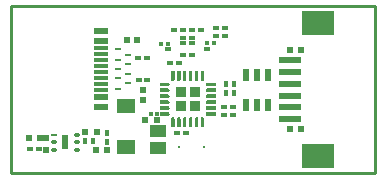
<source format=gtp>
G04*
G04 #@! TF.GenerationSoftware,Altium Limited,Altium Designer,22.9.1 (49)*
G04*
G04 Layer_Color=8421504*
%FSLAX25Y25*%
%MOIN*%
G70*
G04*
G04 #@! TF.SameCoordinates,E7B6729E-600D-4C31-B664-834E27CDD885*
G04*
G04*
G04 #@! TF.FilePolarity,Positive*
G04*
G01*
G75*
%ADD12C,0.01000*%
%ADD15R,0.03543X0.03543*%
%ADD16R,0.02423X0.04785*%
%ADD17R,0.01968X0.02362*%
%ADD18R,0.06496X0.04921*%
%ADD19C,0.01181*%
%ADD20C,0.00394*%
%ADD21R,0.07480X0.02362*%
%ADD22R,0.11024X0.08268*%
%ADD23R,0.05339X0.04153*%
%ADD24R,0.02362X0.04331*%
%ADD25R,0.04528X0.02362*%
%ADD26R,0.04528X0.01181*%
%ADD27R,0.01417X0.01260*%
%ADD28R,0.02165X0.01772*%
%ADD29R,0.02000X0.01402*%
%ADD30R,0.01968X0.00984*%
%ADD31C,0.01063*%
%ADD32R,0.02165X0.02362*%
%ADD33R,0.02362X0.01968*%
%ADD34R,0.02362X0.02165*%
%ADD35R,0.01772X0.02165*%
%ADD36R,0.01378X0.02362*%
G04:AMPARAMS|DCode=37|XSize=21.89mil|YSize=11.52mil|CornerRadius=5.76mil|HoleSize=0mil|Usage=FLASHONLY|Rotation=0.000|XOffset=0mil|YOffset=0mil|HoleType=Round|Shape=RoundedRectangle|*
%AMROUNDEDRECTD37*
21,1,0.02189,0.00000,0,0,0.0*
21,1,0.01038,0.01152,0,0,0.0*
1,1,0.01152,0.00519,0.00000*
1,1,0.01152,-0.00519,0.00000*
1,1,0.01152,-0.00519,0.00000*
1,1,0.01152,0.00519,0.00000*
%
%ADD37ROUNDEDRECTD37*%
%ADD38R,0.02189X0.01152*%
G36*
X374440Y231199D02*
X374606Y231033D01*
X374696Y230816D01*
Y230698D01*
Y230581D01*
X374606Y230364D01*
X374440Y230198D01*
X374223Y230108D01*
X371350D01*
Y231289D01*
X374223D01*
X374440Y231199D01*
D02*
G37*
G36*
Y235136D02*
X374606Y234970D01*
X374696Y234753D01*
Y234635D01*
Y234518D01*
X374606Y234301D01*
X374440Y234135D01*
X374223Y234045D01*
X371350D01*
Y235226D01*
X374223D01*
X374440Y235136D01*
D02*
G37*
G36*
X374106Y233258D02*
X374223D01*
X374440Y233168D01*
X374606Y233001D01*
X374696Y232784D01*
Y232667D01*
Y232550D01*
X374606Y232332D01*
X374440Y232166D01*
X374223Y232076D01*
X371350D01*
Y233258D01*
X374106Y233258D01*
D02*
G37*
G36*
X376113Y229526D02*
X376279Y229360D01*
X376369Y229143D01*
Y229025D01*
Y226269D01*
X375188D01*
Y229025D01*
Y229143D01*
X375278Y229360D01*
X375444Y229526D01*
X375661Y229616D01*
X375896D01*
X376113Y229526D01*
D02*
G37*
G36*
X378082D02*
X378248Y229360D01*
X378338Y229143D01*
Y229025D01*
X378338D01*
Y226269D01*
X377157D01*
Y229025D01*
Y229143D01*
X377247Y229360D01*
X377413Y229526D01*
X377630Y229616D01*
X377865D01*
X378082Y229526D01*
D02*
G37*
G36*
X380050D02*
X380216Y229360D01*
X380306Y229143D01*
Y229025D01*
Y226269D01*
X379125D01*
Y229025D01*
Y229143D01*
X379215Y229360D01*
X379381Y229526D01*
X379598Y229616D01*
X379833D01*
X380050Y229526D01*
D02*
G37*
G36*
X374440Y237105D02*
X374606Y236939D01*
X374696Y236721D01*
Y236604D01*
Y236487D01*
X374606Y236269D01*
X374440Y236103D01*
X374223Y236013D01*
X371350D01*
Y237194D01*
X374223D01*
X374440Y237105D01*
D02*
G37*
G36*
Y239073D02*
X374606Y238907D01*
X374696Y238690D01*
Y238572D01*
Y238455D01*
X374606Y238238D01*
X374440Y238072D01*
X374223Y237982D01*
X374106D01*
Y237982D01*
X371350D01*
Y239163D01*
X374223D01*
X374440Y239073D01*
D02*
G37*
G36*
Y241042D02*
X374606Y240876D01*
X374696Y240658D01*
Y240541D01*
Y240423D01*
X374606Y240206D01*
X374440Y240040D01*
X374223Y239950D01*
X371350D01*
Y241131D01*
X374223D01*
X374440Y241042D01*
D02*
G37*
G36*
X376369Y242214D02*
Y242097D01*
X376279Y241880D01*
X376113Y241714D01*
X375896Y241624D01*
X375661D01*
X375444Y241714D01*
X375278Y241880D01*
X375188Y242097D01*
Y242214D01*
Y244970D01*
X376369D01*
Y242214D01*
D02*
G37*
G36*
X378338D02*
Y242097D01*
X378248Y241880D01*
X378082Y241714D01*
X377865Y241624D01*
X377630D01*
X377413Y241714D01*
X377247Y241880D01*
X377157Y242097D01*
Y242214D01*
Y244970D01*
X378338D01*
X378338Y242214D01*
D02*
G37*
G36*
X380306D02*
Y242097D01*
X380216Y241880D01*
X380050Y241714D01*
X379833Y241624D01*
X379598D01*
X379381Y241714D01*
X379215Y241880D01*
X379125Y242097D01*
Y242214D01*
Y244970D01*
X380306D01*
Y242214D01*
D02*
G37*
G36*
X382019Y229526D02*
X382185Y229360D01*
X382275Y229143D01*
Y229025D01*
Y226269D01*
X381094D01*
Y229025D01*
Y229143D01*
X381184Y229360D01*
X381350Y229526D01*
X381567Y229616D01*
X381802D01*
X382019Y229526D01*
D02*
G37*
G36*
X383987D02*
X384153Y229360D01*
X384243Y229143D01*
Y229025D01*
Y226269D01*
X383062D01*
X383062Y229025D01*
Y229143D01*
X383152Y229360D01*
X383318Y229526D01*
X383535Y229616D01*
X383770D01*
X383987Y229526D01*
D02*
G37*
G36*
X385956D02*
X386122Y229360D01*
X386212Y229143D01*
Y229025D01*
Y226269D01*
X385031D01*
Y229025D01*
Y229143D01*
X385121Y229360D01*
X385287Y229526D01*
X385504Y229616D01*
X385739D01*
X385956Y229526D01*
D02*
G37*
G36*
X390050Y230108D02*
X387177D01*
X386960Y230198D01*
X386794Y230364D01*
X386704Y230581D01*
Y230698D01*
Y230816D01*
X386794Y231033D01*
X386960Y231199D01*
X387177Y231289D01*
X390050D01*
Y230108D01*
D02*
G37*
G36*
Y232076D02*
X387177D01*
X386960Y232166D01*
X386794Y232332D01*
X386704Y232550D01*
Y232667D01*
Y232784D01*
X386794Y233001D01*
X386960Y233168D01*
X387177Y233258D01*
X387295D01*
Y233258D01*
X390050D01*
Y232076D01*
D02*
G37*
G36*
Y234045D02*
X387177D01*
X386960Y234135D01*
X386794Y234301D01*
X386704Y234518D01*
Y234635D01*
Y234753D01*
X386794Y234970D01*
X386960Y235136D01*
X387177Y235226D01*
X390050D01*
Y234045D01*
D02*
G37*
G36*
X382275Y242214D02*
Y242097D01*
X382185Y241880D01*
X382019Y241714D01*
X381802Y241624D01*
X381567D01*
X381350Y241714D01*
X381184Y241880D01*
X381094Y242097D01*
Y242214D01*
Y244970D01*
X382275D01*
Y242214D01*
D02*
G37*
G36*
X384243D02*
Y242097D01*
X384153Y241880D01*
X383987Y241714D01*
X383770Y241624D01*
X383535D01*
X383318Y241714D01*
X383152Y241880D01*
X383062Y242097D01*
Y242214D01*
X383062D01*
Y244970D01*
X384243D01*
Y242214D01*
D02*
G37*
G36*
X386212D02*
Y242097D01*
X386122Y241880D01*
X385956Y241714D01*
X385739Y241624D01*
X385504D01*
X385287Y241714D01*
X385121Y241880D01*
X385031Y242097D01*
Y242214D01*
Y244970D01*
X386212D01*
Y242214D01*
D02*
G37*
G36*
X390050Y236013D02*
X387177D01*
X386960Y236103D01*
X386794Y236269D01*
X386704Y236487D01*
Y236604D01*
Y236721D01*
X386794Y236939D01*
X386960Y237105D01*
X387177Y237194D01*
X390050D01*
Y236013D01*
D02*
G37*
G36*
Y237982D02*
X387295Y237982D01*
X387177D01*
X386960Y238072D01*
X386794Y238238D01*
X386704Y238455D01*
Y238572D01*
Y238690D01*
X386794Y238907D01*
X386960Y239073D01*
X387177Y239163D01*
X390050D01*
Y237982D01*
D02*
G37*
G36*
Y239950D02*
X387177D01*
X386960Y240040D01*
X386794Y240206D01*
X386704Y240423D01*
Y240541D01*
Y240658D01*
X386794Y240876D01*
X386960Y241042D01*
X387177Y241131D01*
X390050D01*
Y239950D01*
D02*
G37*
D12*
X321700Y210908D02*
Y266782D01*
X442992D01*
Y210908D02*
Y266782D01*
X321700Y210908D02*
X442992D01*
D15*
X383062Y237982D02*
D03*
Y233258D02*
D03*
X378338D02*
D03*
Y237982D02*
D03*
D16*
X339849Y221200D02*
D03*
D17*
X350228Y218492D02*
D03*
X353772D02*
D03*
X414764Y225673D02*
D03*
X418307D02*
D03*
X414764Y251882D02*
D03*
X418307D02*
D03*
X327972Y222544D02*
D03*
X331516D02*
D03*
X333500Y222661D02*
D03*
Y218724D02*
D03*
D18*
X360200Y233283D02*
D03*
Y219701D02*
D03*
D19*
X386213Y219548D02*
D03*
X377961Y219587D02*
D03*
D20*
X388989Y219568D02*
D03*
X375184Y219567D02*
D03*
D21*
X414790Y240714D02*
D03*
Y232839D02*
D03*
Y248587D02*
D03*
Y228903D02*
D03*
Y244651D02*
D03*
Y236776D02*
D03*
D22*
X424042Y216501D02*
D03*
Y260989D02*
D03*
D23*
X370646Y219151D02*
D03*
Y224865D02*
D03*
D24*
X400160Y233679D02*
D03*
X403900D02*
D03*
X407640D02*
D03*
Y243521D02*
D03*
X403900D02*
D03*
X400160D02*
D03*
D25*
X351834Y233102D02*
D03*
Y258298D02*
D03*
Y236251D02*
D03*
Y255149D02*
D03*
D26*
Y238810D02*
D03*
Y240779D02*
D03*
Y242747D02*
D03*
Y244716D02*
D03*
Y246684D02*
D03*
Y248653D02*
D03*
Y250621D02*
D03*
Y252590D02*
D03*
D27*
X374002Y253900D02*
D03*
X371798D02*
D03*
X387298Y254200D02*
D03*
X389502D02*
D03*
X370514Y230709D02*
D03*
X368310D02*
D03*
D28*
X328028Y218874D02*
D03*
X379124Y256100D02*
D03*
X382076D02*
D03*
X382124Y258600D02*
D03*
X385076D02*
D03*
X376224D02*
D03*
X379176D02*
D03*
X377776Y247800D02*
D03*
X374824D02*
D03*
X377224Y224200D02*
D03*
X380176D02*
D03*
X390224Y259300D02*
D03*
X393176D02*
D03*
X395776Y233000D02*
D03*
X392824D02*
D03*
X395776Y230400D02*
D03*
X392824D02*
D03*
X393176Y256700D02*
D03*
X390224D02*
D03*
X367276Y242100D02*
D03*
X364324D02*
D03*
X366976Y249200D02*
D03*
X364024D02*
D03*
X330980Y218874D02*
D03*
D29*
X382151Y254169D02*
D03*
Y250232D02*
D03*
X387249Y252200D02*
D03*
X374051D02*
D03*
X379149Y254169D02*
D03*
Y250232D02*
D03*
D30*
X360650Y250375D02*
D03*
Y240926D02*
D03*
Y244076D02*
D03*
Y247225D02*
D03*
X357500Y245650D02*
D03*
Y248800D02*
D03*
Y242501D02*
D03*
Y238958D02*
D03*
Y252343D02*
D03*
D31*
X375779Y243358D02*
D03*
X377747Y243297D02*
D03*
X379716D02*
D03*
X381684Y243358D02*
D03*
X383653Y243297D02*
D03*
X385621D02*
D03*
Y226860D02*
D03*
X383653Y227942D02*
D03*
X381684D02*
D03*
X379716Y227882D02*
D03*
X377747Y227942D02*
D03*
X375779D02*
D03*
X388438Y240541D02*
D03*
X388377Y238572D02*
D03*
Y236604D02*
D03*
X388438Y234635D02*
D03*
X388377Y232667D02*
D03*
Y230698D02*
D03*
X371940D02*
D03*
X373023Y232667D02*
D03*
Y234635D02*
D03*
X372962Y236604D02*
D03*
X373023Y238572D02*
D03*
Y240541D02*
D03*
D32*
X365700Y235327D02*
D03*
Y238673D02*
D03*
D33*
X370503Y228516D02*
D03*
X366566D02*
D03*
X346507Y224788D02*
D03*
X350444D02*
D03*
D34*
X363973Y255300D02*
D03*
X360627D02*
D03*
D35*
X353800Y224169D02*
D03*
Y221217D02*
D03*
X393500Y237724D02*
D03*
Y240676D02*
D03*
X396100Y237724D02*
D03*
Y240676D02*
D03*
D36*
X346516Y221776D02*
D03*
X349075D02*
D03*
D37*
X343700Y223759D02*
D03*
Y221200D02*
D03*
Y218641D02*
D03*
X335999D02*
D03*
Y221200D02*
D03*
D38*
Y223759D02*
D03*
M02*

</source>
